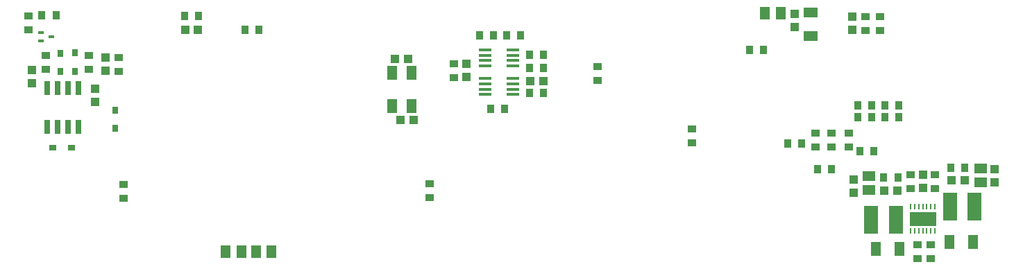
<source format=gbp>
G04 Layer_Color=128*
%FSLAX24Y24*%
%MOIN*%
G70*
G01*
G75*
%ADD10R,0.0354X0.0394*%
%ADD11R,0.0394X0.0394*%
%ADD13R,0.0394X0.0354*%
%ADD14R,0.0283X0.0701*%
%ADD15R,0.0276X0.0157*%
%ADD16R,0.0315X0.0335*%
%ADD17R,0.0335X0.0315*%
%ADD21R,0.0472X0.0630*%
%ADD27R,0.0394X0.0394*%
%ADD52R,0.0709X0.0512*%
%ADD53R,0.0098X0.0276*%
%ADD54R,0.1299X0.0669*%
%ADD55R,0.0709X0.1339*%
%ADD56R,0.0630X0.0138*%
%ADD57R,0.0472X0.0709*%
%ADD58R,0.0591X0.0512*%
%ADD59R,0.0512X0.0709*%
D10*
X35453Y10551D02*
D03*
X36122D02*
D03*
X8327Y12165D02*
D03*
X8996D02*
D03*
X11240Y11496D02*
D03*
X11909D02*
D03*
X40650Y7874D02*
D03*
X41319D02*
D03*
X42618D02*
D03*
X41949D02*
D03*
X41319Y7323D02*
D03*
X40650D02*
D03*
X41949D02*
D03*
X42618D02*
D03*
X24902Y8465D02*
D03*
X25571D02*
D03*
X23681Y7717D02*
D03*
X23012D02*
D03*
X25571Y9685D02*
D03*
X24902D02*
D03*
X25571Y10315D02*
D03*
X24902D02*
D03*
X23169Y11240D02*
D03*
X22500D02*
D03*
X24449D02*
D03*
X23780D02*
D03*
X40768Y5669D02*
D03*
X41437D02*
D03*
X37972Y6024D02*
D03*
X37303D02*
D03*
X39390Y4803D02*
D03*
X38720D02*
D03*
X1476Y12205D02*
D03*
X2146D02*
D03*
X41909Y4409D02*
D03*
X42579D02*
D03*
X45138Y4862D02*
D03*
X45807D02*
D03*
D11*
X21850Y9882D02*
D03*
Y9252D02*
D03*
X4035Y8681D02*
D03*
Y8051D02*
D03*
X37638Y11654D02*
D03*
Y12283D02*
D03*
X40453Y4291D02*
D03*
Y3661D02*
D03*
X47234Y4173D02*
D03*
Y4803D02*
D03*
X984Y8937D02*
D03*
Y9567D02*
D03*
X43780Y4528D02*
D03*
Y3898D02*
D03*
X40394Y11496D02*
D03*
Y12126D02*
D03*
X4528Y10157D02*
D03*
Y9528D02*
D03*
D13*
X21260Y9193D02*
D03*
Y9862D02*
D03*
X43543Y492D02*
D03*
Y1161D02*
D03*
X20079Y4114D02*
D03*
Y3445D02*
D03*
X28150Y9744D02*
D03*
Y9075D02*
D03*
X5394Y4075D02*
D03*
Y3406D02*
D03*
X41024Y11476D02*
D03*
Y12146D02*
D03*
X40236Y6555D02*
D03*
Y5886D02*
D03*
X38622Y6555D02*
D03*
Y5886D02*
D03*
X39409Y6555D02*
D03*
Y5886D02*
D03*
X41732Y11476D02*
D03*
Y12146D02*
D03*
X827Y11516D02*
D03*
Y12185D02*
D03*
X1673Y10276D02*
D03*
Y9606D02*
D03*
X3740Y9606D02*
D03*
Y10276D02*
D03*
X5157Y10177D02*
D03*
Y9508D02*
D03*
X43189Y3878D02*
D03*
Y4547D02*
D03*
X44370Y3878D02*
D03*
Y4547D02*
D03*
X44173Y1161D02*
D03*
Y492D02*
D03*
X32677Y6752D02*
D03*
Y6083D02*
D03*
D14*
X2211Y6854D02*
D03*
X2711D02*
D03*
X3211D02*
D03*
X1711D02*
D03*
X2711Y8697D02*
D03*
X3211D02*
D03*
X1711D02*
D03*
X2211D02*
D03*
D15*
X1417Y10961D02*
D03*
Y11361D02*
D03*
X1929Y11161D02*
D03*
D16*
X3071Y9518D02*
D03*
Y10404D02*
D03*
X5000Y7648D02*
D03*
Y6762D02*
D03*
X2362Y10384D02*
D03*
Y9498D02*
D03*
D17*
X1998Y5827D02*
D03*
X2884D02*
D03*
D21*
X36202Y12323D02*
D03*
X36947D02*
D03*
X11047Y824D02*
D03*
X10302D02*
D03*
X11754Y827D02*
D03*
X12498D02*
D03*
D27*
X19331Y7165D02*
D03*
X18701D02*
D03*
X18425Y10118D02*
D03*
X19055D02*
D03*
X8976Y11496D02*
D03*
X8346D02*
D03*
X24921Y9055D02*
D03*
X25551D02*
D03*
X42559Y3780D02*
D03*
X41929D02*
D03*
X45157Y4272D02*
D03*
X45787D02*
D03*
D52*
X38386Y12343D02*
D03*
Y11201D02*
D03*
D53*
X44370Y1850D02*
D03*
X44173D02*
D03*
X43976D02*
D03*
X43780D02*
D03*
X43583D02*
D03*
X43386D02*
D03*
X43189D02*
D03*
Y2992D02*
D03*
X43386D02*
D03*
X43583D02*
D03*
X43780D02*
D03*
X43976D02*
D03*
X44173D02*
D03*
X44370D02*
D03*
D54*
X43780Y2421D02*
D03*
D55*
X42480Y2362D02*
D03*
X41299D02*
D03*
X46260Y2992D02*
D03*
X45079D02*
D03*
D56*
X22756Y9163D02*
D03*
Y8907D02*
D03*
Y8652D02*
D03*
Y8396D02*
D03*
X24094D02*
D03*
Y8652D02*
D03*
Y8907D02*
D03*
Y9163D02*
D03*
Y9774D02*
D03*
Y10030D02*
D03*
Y10285D02*
D03*
Y10541D02*
D03*
X22756D02*
D03*
Y10285D02*
D03*
Y10030D02*
D03*
Y9774D02*
D03*
D57*
X18278Y9429D02*
D03*
Y7854D02*
D03*
X19222D02*
D03*
Y9429D02*
D03*
D58*
X41181Y4469D02*
D03*
Y3799D02*
D03*
X46565Y4843D02*
D03*
Y4173D02*
D03*
D59*
X46201Y1299D02*
D03*
X45059D02*
D03*
X42657Y984D02*
D03*
X41516D02*
D03*
M02*

</source>
